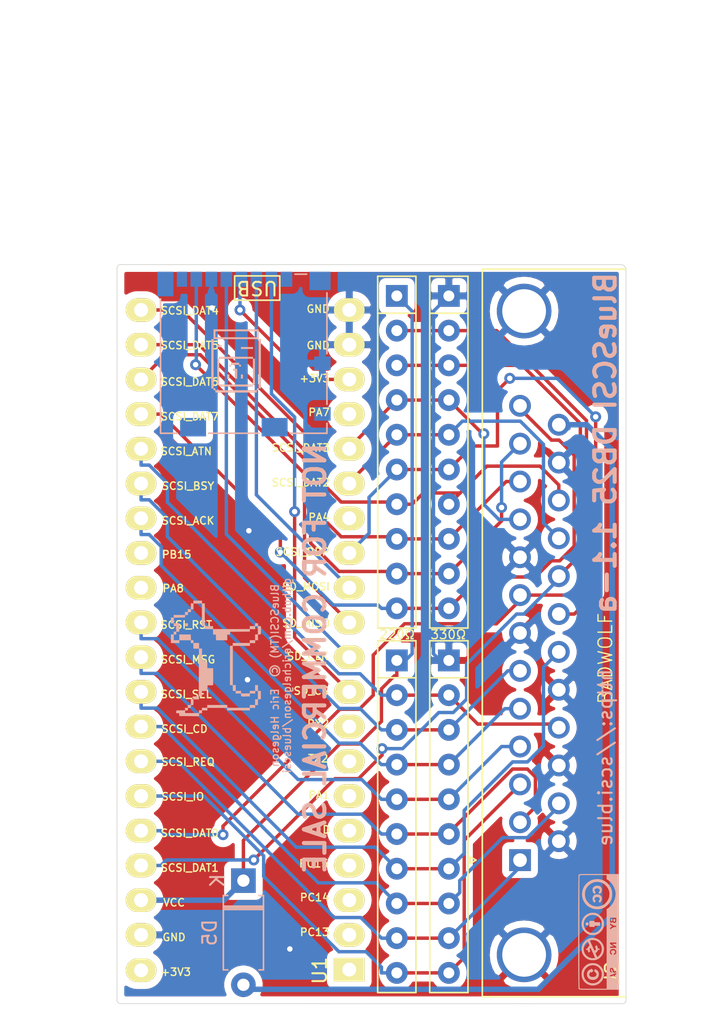
<source format=kicad_pcb>
(kicad_pcb (version 20171130) (host pcbnew "(5.1.12-1-10_14)")
  (layers (0 F.Cu signal) (31 B.Cu signal) (34 B.Paste user) (35 F.Paste user) (36 B.SilkS user) (37 F.SilkS user) (38 B.Mask user) (39 F.Mask user) (44 Edge.Cuts user))
  (net 0 "")
  (net 1 /SD_MISO)
  (net 2 GND)
  (net 3 /SD_CLK)
  (net 4 +3V3)
  (net 5 /SD_MOSI)
  (net 6 /SD_CS)
  (net 7 /SCSI_IO)
  (net 8 /SCSI_REQ)
  (net 9 /SCSI_CD)
  (net 10 /SCSI_SEL)
  (net 11 /SCSI_RST)
  (net 12 /SCSI_ACK)
  (net 13 /SCSI_BSY)
  (net 14 /SCSI_ATN)
  (net 15 /SCSI_MSG)
  (net 16 /SCSI_DBP)
  (net 17 /SCSI_DAT7)
  (net 18 /SCSI_DAT6)
  (net 19 /SCSI_DAT5)
  (net 20 /SCSI_DAT4)
  (net 21 /SCSI_DAT3)
  (net 22 /SCSI_DAT2)
  (net 23 /SCSI_DAT1)
  (net 24 /SCSI_DAT0)
  (net 25 VCC)
  (net 26 /TERM_PWR)
  (module BlueSCSILogo:dogcow (layer B.Cu) (at 95.085 124.705 270)
    (fp_text reference G001 hide)
    (fp_text value LOGO hide)
  )
  (module BlueSCSILogo:mac_happy_small (layer B.Cu) (at 96.585 102.955)
    (fp_text reference G004 hide)
    (fp_text value LOGO hide)
  )
  (module BlueSCSILogo:cc_by_nc_sa_front_silk_screen (layer B.Cu) (at 123.085 144.705 270)
    (fp_text reference G002 hide)
    (fp_text value LOGO hide)
  )
  (module blue:BluePill_STM32F103C (layer F.Cu) (at 104.835 147.414 180)
    (fp_text reference U1 (at 2.159 -0.127 270) (layer F.SilkS))
    (fp_text value BluePill_STM32F103C hide)
    (pad 40 thru_hole oval (at 15.24 -0.1016 270) (size 1.7272 2.25) (drill 1.016) (layers *.Cu *.Mask F.SilkS) (net 4 +3V3))
    (pad 39 thru_hole oval (at 15.24 2.4892 270) (size 1.7272 2.25) (drill 1.016) (layers *.Cu *.Mask F.SilkS) (net 2 GND))
    (pad 38 thru_hole oval (at 15.24 5.0292 270) (size 1.7272 2.25) (drill 1.016) (layers *.Cu *.Mask F.SilkS) (net 25 VCC))
    (pad 37 thru_hole oval (at 15.24 7.5692 270) (size 1.7272 2.25) (drill 1.016) (layers *.Cu *.Mask F.SilkS) (net 23 /SCSI_DAT1))
    (pad 36 thru_hole oval (at 15.24 10.1092 270) (size 1.7272 2.25) (drill 1.016) (layers *.Cu *.Mask F.SilkS) (net 24 /SCSI_DAT0))
    (pad 35 thru_hole oval (at 15.24 12.6492 270) (size 1.7272 2.25) (drill 1.016) (layers *.Cu *.Mask F.SilkS) (net 7 /SCSI_IO))
    (pad 34 thru_hole oval (at 15.24 15.1892 270) (size 1.7272 2.25) (drill 1.016) (layers *.Cu *.Mask F.SilkS) (net 8 /SCSI_REQ))
    (pad 33 thru_hole oval (at 15.24 17.7292 270) (size 1.7272 2.25) (drill 1.016) (layers *.Cu *.Mask F.SilkS) (net 9 /SCSI_CD))
    (pad 32 thru_hole oval (at 15.24 20.2692 270) (size 1.7272 2.25) (drill 1.016) (layers *.Cu *.Mask F.SilkS) (net 10 /SCSI_SEL))
    (pad 31 thru_hole oval (at 15.24 22.8092 270) (size 1.7272 2.25) (drill 1.016) (layers *.Cu *.Mask F.SilkS) (net 15 /SCSI_MSG))
    (pad 30 thru_hole oval (at 15.24 25.3492 270) (size 1.7272 2.25) (drill 1.016) (layers *.Cu *.Mask F.SilkS) (net 11 /SCSI_RST))
    (pad 29 thru_hole oval (at 15.24 27.8892 270) (size 1.7272 2.25) (drill 1.016) (layers *.Cu *.Mask F.SilkS))
    (pad 28 thru_hole oval (at 15.24 30.4292 270) (size 1.7272 2.25) (drill 1.016) (layers *.Cu *.Mask F.SilkS))
    (pad 27 thru_hole oval (at 15.24 32.9692 270) (size 1.7272 2.25) (drill 1.016) (layers *.Cu *.Mask F.SilkS) (net 12 /SCSI_ACK))
    (pad 26 thru_hole oval (at 15.24 35.5092 270) (size 1.7272 2.25) (drill 1.016) (layers *.Cu *.Mask F.SilkS) (net 13 /SCSI_BSY))
    (pad 25 thru_hole oval (at 15.24 38.0492 270) (size 1.7272 2.25) (drill 1.016) (layers *.Cu *.Mask F.SilkS) (net 14 /SCSI_ATN))
    (pad 24 thru_hole oval (at 15.24 40.5892 270) (size 1.7272 2.25) (drill 1.016) (layers *.Cu *.Mask F.SilkS) (net 17 /SCSI_DAT7))
    (pad 23 thru_hole oval (at 15.24 43.1292 270) (size 1.7272 2.25) (drill 1.016) (layers *.Cu *.Mask F.SilkS) (net 18 /SCSI_DAT6))
    (pad 22 thru_hole oval (at 15.24 45.6692 270) (size 1.7272 2.25) (drill 1.016) (layers *.Cu *.Mask F.SilkS) (net 19 /SCSI_DAT5))
    (pad 21 thru_hole oval (at 15.24 48.2092 270) (size 1.7272 2.25) (drill 1.016) (layers *.Cu *.Mask F.SilkS) (net 20 /SCSI_DAT4))
    (pad 20 thru_hole oval (at 0 48.2092 90) (size 1.7272 2.25) (drill 1.016) (layers *.Cu *.Mask F.SilkS) (net 2 GND))
    (pad 19 thru_hole oval (at 0 45.6692 90) (size 1.7272 2.25) (drill 1.016) (layers *.Cu *.Mask F.SilkS) (net 2 GND))
    (pad 18 thru_hole oval (at 0 43.1292 90) (size 1.7272 2.25) (drill 1.016) (layers *.Cu *.Mask F.SilkS) (net 4 +3V3))
    (pad 17 thru_hole oval (at 0 40.5892 90) (size 1.7272 2.25) (drill 1.016) (layers *.Cu *.Mask F.SilkS))
    (pad 16 thru_hole oval (at 0 38.0492 90) (size 1.7272 2.25) (drill 1.016) (layers *.Cu *.Mask F.SilkS) (net 21 /SCSI_DAT3))
    (pad 15 thru_hole oval (at 0 35.5092 90) (size 1.7272 2.25) (drill 1.016) (layers *.Cu *.Mask F.SilkS) (net 22 /SCSI_DAT2))
    (pad 14 thru_hole oval (at 0 32.9692 90) (size 1.7272 2.25) (drill 1.016) (layers *.Cu *.Mask F.SilkS))
    (pad 13 thru_hole oval (at 0 30.4292 90) (size 1.7272 2.25) (drill 1.016) (layers *.Cu *.Mask F.SilkS) (net 16 /SCSI_DBP))
    (pad 12 thru_hole oval (at 0 27.8892 90) (size 1.7272 2.25) (drill 1.016) (layers *.Cu *.Mask F.SilkS) (net 5 /SD_MOSI))
    (pad 11 thru_hole oval (at 0 25.3492 90) (size 1.7272 2.25) (drill 1.016) (layers *.Cu *.Mask F.SilkS) (net 1 /SD_MISO))
    (pad 10 thru_hole oval (at 0 22.8092 90) (size 1.7272 2.25) (drill 1.016) (layers *.Cu *.Mask F.SilkS) (net 3 /SD_CLK))
    (pad 9 thru_hole oval (at 0 20.2692 90) (size 1.7272 2.25) (drill 1.016) (layers *.Cu *.Mask F.SilkS) (net 6 /SD_CS))
    (pad 8 thru_hole oval (at 0 17.7292 90) (size 1.7272 2.25) (drill 1.016) (layers *.Cu *.Mask F.SilkS))
    (pad 7 thru_hole oval (at 0 15.1892 90) (size 1.7272 2.25) (drill 1.016) (layers *.Cu *.Mask F.SilkS))
    (pad 6 thru_hole oval (at 0 12.6492 90) (size 1.7272 2.25) (drill 1.016) (layers *.Cu *.Mask F.SilkS))
    (pad 5 thru_hole oval (at 0 10.1092 90) (size 1.7272 2.25) (drill 1.016) (layers *.Cu *.Mask F.SilkS))
    (pad 4 thru_hole oval (at 0 7.5692 90) (size 1.7272 2.25) (drill 1.016) (layers *.Cu *.Mask F.SilkS))
    (pad 3 thru_hole oval (at 0 5.0292 90) (size 1.7272 2.25) (drill 1.016) (layers *.Cu *.Mask F.SilkS))
    (pad 2 thru_hole oval (at 0 2.4892 90) (size 1.7272 2.25) (drill 1.016) (layers *.Cu *.Mask F.SilkS))
    (pad 1 thru_hole rect (at 0 -0.0508 90) (size 1.7272 2.25) (drill 1.016) (layers *.Cu *.Mask F.SilkS))
  )
  (module Connector_Card:microSD_HC_Molex_104031-0811 (layer B.Cu) (at 97.13 102.405 180)
    (fp_text reference J5 hide)
    (fp_text value Micro_SD_Card)
    (pad 11 smd rect (at 3.73 -5.375 180) (size 1.9 1.35) (layers B.Cu B.Paste B.Mask))
    (pad 11 smd rect (at -2.24 -5.375 180) (size 1.9 1.35) (layers B.Cu B.Paste B.Mask))
    (pad 9 smd rect (at -5.74 -0.7 180) (size 1.2 1) (layers B.Cu B.Paste B.Mask) (net 2 GND))
    (pad 10 smd rect (at -5.74 -4.4 180) (size 1.2 1) (layers B.Cu B.Paste B.Mask))
    (pad 11 smd rect (at -5.565 5.325 180) (size 1.55 1.35) (layers B.Cu B.Paste B.Mask))
    (pad 11 smd rect (at 5.755 5.1 180) (size 1.17 1.8) (layers B.Cu B.Paste B.Mask))
    (pad 7 smd rect (at 3.495 5.45 180) (size 0.85 1.1) (layers B.Cu B.Paste B.Mask) (net 1 /SD_MISO))
    (pad 6 smd rect (at 2.395 5.45 180) (size 0.85 1.1) (layers B.Cu B.Paste B.Mask) (net 2 GND))
    (pad 5 smd rect (at 1.295 5.45 180) (size 0.85 1.1) (layers B.Cu B.Paste B.Mask) (net 3 /SD_CLK))
    (pad 4 smd rect (at 0.195 5.45 180) (size 0.85 1.1) (layers B.Cu B.Paste B.Mask) (net 4 +3V3))
    (pad 3 smd rect (at -0.905 5.45 180) (size 0.85 1.1) (layers B.Cu B.Paste B.Mask) (net 5 /SD_MOSI))
    (pad 2 smd rect (at -2.005 5.45 180) (size 0.85 1.1) (layers B.Cu B.Paste B.Mask) (net 6 /SD_CS))
    (pad 8 smd rect (at 4.545 5.45 180) (size 0.75 1.1) (layers B.Cu B.Paste B.Mask))
    (pad 1 smd rect (at -3.105 5.45 180) (size 0.85 1.1) (layers B.Cu B.Paste B.Mask))
  )
  (module Resistor_THT:R_Array_SIP10 (layer F.Cu) (at 108.315 98.175 270)
    (fp_text reference RN1 hide)
    (fp_text value 220)
    (pad 1 thru_hole rect (at 0 0 270) (size 1.6 1.6) (drill 0.8) (layers *.Cu *.Mask) (net 25 VCC))
    (pad 2 thru_hole oval (at 2.54 0 270) (size 1.6 1.6) (drill 0.8) (layers *.Cu *.Mask) (net 24 /SCSI_DAT0))
    (pad 3 thru_hole oval (at 5.08 0 270) (size 1.6 1.6) (drill 0.8) (layers *.Cu *.Mask) (net 23 /SCSI_DAT1))
    (pad 4 thru_hole oval (at 7.62 0 270) (size 1.6 1.6) (drill 0.8) (layers *.Cu *.Mask) (net 21 /SCSI_DAT3))
    (pad 5 thru_hole oval (at 10.16 0 270) (size 1.6 1.6) (drill 0.8) (layers *.Cu *.Mask) (net 22 /SCSI_DAT2))
    (pad 6 thru_hole oval (at 12.7 0 270) (size 1.6 1.6) (drill 0.8) (layers *.Cu *.Mask) (net 16 /SCSI_DBP))
    (pad 7 thru_hole oval (at 15.24 0 270) (size 1.6 1.6) (drill 0.8) (layers *.Cu *.Mask) (net 20 /SCSI_DAT4))
    (pad 8 thru_hole oval (at 17.78 0 270) (size 1.6 1.6) (drill 0.8) (layers *.Cu *.Mask) (net 19 /SCSI_DAT5))
    (pad 9 thru_hole oval (at 20.32 0 270) (size 1.6 1.6) (drill 0.8) (layers *.Cu *.Mask) (net 18 /SCSI_DAT6))
    (pad 10 thru_hole oval (at 22.86 0 270) (size 1.6 1.6) (drill 0.8) (layers *.Cu *.Mask) (net 17 /SCSI_DAT7))
  )
  (module Resistor_THT:R_Array_SIP10 (layer F.Cu) (at 112.125 98.175 270)
    (fp_text reference RN2 hide)
    (fp_text value 330)
    (pad 1 thru_hole rect (at 0 0 270) (size 1.6 1.6) (drill 0.8) (layers *.Cu *.Mask) (net 2 GND))
    (pad 2 thru_hole oval (at 2.54 0 270) (size 1.6 1.6) (drill 0.8) (layers *.Cu *.Mask) (net 24 /SCSI_DAT0))
    (pad 3 thru_hole oval (at 5.08 0 270) (size 1.6 1.6) (drill 0.8) (layers *.Cu *.Mask) (net 23 /SCSI_DAT1))
    (pad 4 thru_hole oval (at 7.62 0 270) (size 1.6 1.6) (drill 0.8) (layers *.Cu *.Mask) (net 21 /SCSI_DAT3))
    (pad 5 thru_hole oval (at 10.16 0 270) (size 1.6 1.6) (drill 0.8) (layers *.Cu *.Mask) (net 22 /SCSI_DAT2))
    (pad 6 thru_hole oval (at 12.7 0 270) (size 1.6 1.6) (drill 0.8) (layers *.Cu *.Mask) (net 16 /SCSI_DBP))
    (pad 7 thru_hole oval (at 15.24 0 270) (size 1.6 1.6) (drill 0.8) (layers *.Cu *.Mask) (net 20 /SCSI_DAT4))
    (pad 8 thru_hole oval (at 17.78 0 270) (size 1.6 1.6) (drill 0.8) (layers *.Cu *.Mask) (net 19 /SCSI_DAT5))
    (pad 9 thru_hole oval (at 20.32 0 270) (size 1.6 1.6) (drill 0.8) (layers *.Cu *.Mask) (net 18 /SCSI_DAT6))
    (pad 10 thru_hole oval (at 22.86 0 270) (size 1.6 1.6) (drill 0.8) (layers *.Cu *.Mask) (net 17 /SCSI_DAT7))
  )
  (module Resistor_THT:R_Array_SIP10 (layer F.Cu) (at 108.315 124.845 270)
    (fp_text reference RN3 hide)
    (fp_text value 220)
    (pad 10 thru_hole oval (at 22.86 0 270) (size 1.6 1.6) (drill 0.8) (layers *.Cu *.Mask) (net 7 /SCSI_IO))
    (pad 9 thru_hole oval (at 20.32 0 270) (size 1.6 1.6) (drill 0.8) (layers *.Cu *.Mask) (net 8 /SCSI_REQ))
    (pad 8 thru_hole oval (at 17.78 0 270) (size 1.6 1.6) (drill 0.8) (layers *.Cu *.Mask) (net 9 /SCSI_CD))
    (pad 7 thru_hole oval (at 15.24 0 270) (size 1.6 1.6) (drill 0.8) (layers *.Cu *.Mask) (net 10 /SCSI_SEL))
    (pad 6 thru_hole oval (at 12.7 0 270) (size 1.6 1.6) (drill 0.8) (layers *.Cu *.Mask) (net 15 /SCSI_MSG))
    (pad 5 thru_hole oval (at 10.16 0 270) (size 1.6 1.6) (drill 0.8) (layers *.Cu *.Mask) (net 11 /SCSI_RST))
    (pad 4 thru_hole oval (at 7.62 0 270) (size 1.6 1.6) (drill 0.8) (layers *.Cu *.Mask) (net 12 /SCSI_ACK))
    (pad 3 thru_hole oval (at 5.08 0 270) (size 1.6 1.6) (drill 0.8) (layers *.Cu *.Mask) (net 13 /SCSI_BSY))
    (pad 2 thru_hole oval (at 2.54 0 270) (size 1.6 1.6) (drill 0.8) (layers *.Cu *.Mask) (net 14 /SCSI_ATN))
    (pad 1 thru_hole rect (at 0 0 270) (size 1.6 1.6) (drill 0.8) (layers *.Cu *.Mask) (net 25 VCC))
  )
  (module Resistor_THT:R_Array_SIP10 (layer F.Cu) (at 112.125 124.845 270)
    (fp_text reference RN4 hide)
    (fp_text value 330)
    (pad 10 thru_hole oval (at 22.86 0 270) (size 1.6 1.6) (drill 0.8) (layers *.Cu *.Mask) (net 7 /SCSI_IO))
    (pad 9 thru_hole oval (at 20.32 0 270) (size 1.6 1.6) (drill 0.8) (layers *.Cu *.Mask) (net 8 /SCSI_REQ))
    (pad 8 thru_hole oval (at 17.78 0 270) (size 1.6 1.6) (drill 0.8) (layers *.Cu *.Mask) (net 9 /SCSI_CD))
    (pad 7 thru_hole oval (at 15.24 0 270) (size 1.6 1.6) (drill 0.8) (layers *.Cu *.Mask) (net 10 /SCSI_SEL))
    (pad 6 thru_hole oval (at 12.7 0 270) (size 1.6 1.6) (drill 0.8) (layers *.Cu *.Mask) (net 15 /SCSI_MSG))
    (pad 5 thru_hole oval (at 10.16 0 270) (size 1.6 1.6) (drill 0.8) (layers *.Cu *.Mask) (net 11 /SCSI_RST))
    (pad 4 thru_hole oval (at 7.62 0 270) (size 1.6 1.6) (drill 0.8) (layers *.Cu *.Mask) (net 12 /SCSI_ACK))
    (pad 3 thru_hole oval (at 5.08 0 270) (size 1.6 1.6) (drill 0.8) (layers *.Cu *.Mask) (net 13 /SCSI_BSY))
    (pad 2 thru_hole oval (at 2.54 0 270) (size 1.6 1.6) (drill 0.8) (layers *.Cu *.Mask) (net 14 /SCSI_ATN))
    (pad 1 thru_hole rect (at 0 0 270) (size 1.6 1.6) (drill 0.8) (layers *.Cu *.Mask) (net 2 GND))
  )
  (module Diode_THT:D_A-405_P7.62mm_Horizontal (layer B.Cu) (at 97.085 140.955 270)
    (fp_text reference D5 (at 3.81 2.47 270) (layer B.SilkS) (effects (justify mirror)))
    (fp_text value Diode)
    (fp_text user K (at 0 1.9 270) (layer B.SilkS) (effects (justify mirror)))
    (pad 1 thru_hole rect (at 0 0 270) (size 1.8 1.8) (drill 0.9) (layers *.Cu *.Mask) (net 25 VCC))
    (pad 2 thru_hole oval (at 7.62 0 270) (size 1.8 1.8) (drill 0.9) (layers *.Cu *.Mask) (net 26 /TERM_PWR))
  )
  (module Connector_Dsub:DSUB-25_Male_Horizontal_P2.77x2.84mm_EdgePinOffset4.94mm_Housed_MountingHolesOffset7.48mm (layer F.Cu) (at 117.335 139.455 90)
    (fp_text reference J2 (at -8.25 6.75 90) (layer F.SilkS))
    (fp_text value DB25_Male_MountingHoles)
    (pad 1 thru_hole rect (at 0 0 90) (size 1.6 1.6) (drill 1) (layers *.Cu *.Mask) (net 8 /SCSI_REQ))
    (pad 2 thru_hole circle (at 2.77 0 90) (size 1.6 1.6) (drill 1) (layers *.Cu *.Mask) (net 15 /SCSI_MSG))
    (pad 3 thru_hole circle (at 5.54 0 90) (size 1.6 1.6) (drill 1) (layers *.Cu *.Mask) (net 7 /SCSI_IO))
    (pad 4 thru_hole circle (at 8.31 0 90) (size 1.6 1.6) (drill 1) (layers *.Cu *.Mask) (net 11 /SCSI_RST))
    (pad 5 thru_hole circle (at 11.08 0 90) (size 1.6 1.6) (drill 1) (layers *.Cu *.Mask) (net 12 /SCSI_ACK))
    (pad 6 thru_hole circle (at 13.85 0 90) (size 1.6 1.6) (drill 1) (layers *.Cu *.Mask) (net 13 /SCSI_BSY))
    (pad 7 thru_hole circle (at 16.62 0 90) (size 1.6 1.6) (drill 1) (layers *.Cu *.Mask) (net 2 GND))
    (pad 8 thru_hole circle (at 19.39 0 90) (size 1.6 1.6) (drill 1) (layers *.Cu *.Mask) (net 24 /SCSI_DAT0))
    (pad 9 thru_hole circle (at 22.16 0 90) (size 1.6 1.6) (drill 1) (layers *.Cu *.Mask) (net 2 GND))
    (pad 10 thru_hole circle (at 24.93 0 90) (size 1.6 1.6) (drill 1) (layers *.Cu *.Mask) (net 21 /SCSI_DAT3))
    (pad 11 thru_hole circle (at 27.7 0 90) (size 1.6 1.6) (drill 1) (layers *.Cu *.Mask) (net 19 /SCSI_DAT5))
    (pad 12 thru_hole circle (at 30.47 0 90) (size 1.6 1.6) (drill 1) (layers *.Cu *.Mask) (net 18 /SCSI_DAT6))
    (pad 13 thru_hole circle (at 33.24 0 90) (size 1.6 1.6) (drill 1) (layers *.Cu *.Mask) (net 17 /SCSI_DAT7))
    (pad 14 thru_hole circle (at 1.385 2.84 90) (size 1.6 1.6) (drill 1) (layers *.Cu *.Mask) (net 2 GND))
    (pad 15 thru_hole circle (at 4.155 2.84 90) (size 1.6 1.6) (drill 1) (layers *.Cu *.Mask) (net 9 /SCSI_CD))
    (pad 16 thru_hole circle (at 6.925 2.84 90) (size 1.6 1.6) (drill 1) (layers *.Cu *.Mask) (net 2 GND))
    (pad 17 thru_hole circle (at 9.695 2.84 90) (size 1.6 1.6) (drill 1) (layers *.Cu *.Mask) (net 14 /SCSI_ATN))
    (pad 18 thru_hole circle (at 12.465 2.84 90) (size 1.6 1.6) (drill 1) (layers *.Cu *.Mask) (net 2 GND))
    (pad 19 thru_hole circle (at 15.235 2.84 90) (size 1.6 1.6) (drill 1) (layers *.Cu *.Mask) (net 10 /SCSI_SEL))
    (pad 20 thru_hole circle (at 18.005 2.84 90) (size 1.6 1.6) (drill 1) (layers *.Cu *.Mask) (net 16 /SCSI_DBP))
    (pad 21 thru_hole circle (at 20.775 2.84 90) (size 1.6 1.6) (drill 1) (layers *.Cu *.Mask) (net 23 /SCSI_DAT1))
    (pad 22 thru_hole circle (at 23.545 2.84 90) (size 1.6 1.6) (drill 1) (layers *.Cu *.Mask) (net 22 /SCSI_DAT2))
    (pad 23 thru_hole circle (at 26.315 2.84 90) (size 1.6 1.6) (drill 1) (layers *.Cu *.Mask) (net 20 /SCSI_DAT4))
    (pad 24 thru_hole circle (at 29.085 2.84 90) (size 1.6 1.6) (drill 1) (layers *.Cu *.Mask) (net 2 GND))
    (pad 25 thru_hole circle (at 31.855 2.84 90) (size 1.6 1.6) (drill 1) (layers *.Cu *.Mask) (net 26 /TERM_PWR))
    (pad 0 thru_hole circle (at -6.93 0.3 90) (size 4 4) (drill 3.2) (layers *.Cu *.Mask) (net 2 GND))
    (pad 0 thru_hole circle (at 40.17 0.3 90) (size 4 4) (drill 3.2) (layers *.Cu *.Mask) (net 2 GND))
  )
  (gr_text SCSI_ACK (at 93.027 114.622) (layer F.SilkS) (effects (font (size 0.55 0.55) (thickness 0.1))))
  (gr_arc (start 124.841 149.705) (end 124.841 149.959) (angle -90) (layer Edge.Cuts) (width 0.05))
  (gr_arc (start 88.085 149.701) (end 87.831 149.701) (angle -90) (layer Edge.Cuts) (width 0.05))
  (gr_arc (start 88.089 96.139) (end 88.089 95.885) (angle -90) (layer Edge.Cuts) (width 0.05))
  (gr_arc (start 124.714 96.266) (end 125.095 96.266) (angle -90) (layer Edge.Cuts) (width 0.05))
  (gr_text PA1 (at 102.6195 134.692) (layer F.SilkS) (effects (font (size 0.55 0.55) (thickness 0.1))))
  (gr_text PA7 (at 102.6195 106.6885) (layer F.SilkS) (effects (font (size 0.55 0.55) (thickness 0.1))))
  (gr_text PA4 (at 102.6195 114.372) (layer F.SilkS) (effects (font (size 0.55 0.55) (thickness 0.1))))
  (gr_text PA8 (at 91.9475 119.575) (layer F.SilkS) (effects (font (size 0.55 0.55) (thickness 0.1))))
  (gr_text PB15 (at 92.2015 117.0985) (layer F.SilkS) (effects (font (size 0.55 0.55) (thickness 0.1))))
  (gr_text PC15 (at 102.2385 139.7085) (layer F.SilkS) (effects (font (size 0.55 0.55) (thickness 0.1))))
  (gr_text PC14 (at 102.302 142.185) (layer F.SilkS) (effects (font (size 0.55 0.55) (thickness 0.1))))
  (gr_text PC13 (at 102.302 144.725) (layer F.SilkS) (effects (font (size 0.55 0.55) (thickness 0.1))))
  (gr_text RX2 (at 102.556 129.485) (layer F.SilkS) (effects (font (size 0.55 0.55) (thickness 0.1))))
  (gr_text TX2 (at 102.556 132.025) (layer F.SilkS) (effects (font (size 0.55 0.55) (thickness 0.1))))
  (gr_text VCC (at 92.011 142.562) (layer F.SilkS) (effects (font (size 0.55 0.55) (thickness 0.1))))
  (gr_text GND (at 92.011 145.102) (layer F.SilkS) (effects (font (size 0.55 0.55) (thickness 0.1))))
  (gr_text +3V3 (at 92.138 147.642) (layer F.SilkS) (effects (font (size 0.55 0.55) (thickness 0.1))))
  (gr_text GND (at 102.556 99.132) (layer F.SilkS) (effects (font (size 0.55 0.55) (thickness 0.1))))
  (gr_text GND (at 102.556 101.799) (layer F.SilkS) (effects (font (size 0.55 0.55) (thickness 0.1))))
  (gr_text +3V3 (at 102.302 104.212) (layer F.SilkS) (effects (font (size 0.55 0.55) (thickness 0.1))))
  (gr_text SCSI_DAT3 (at 101.286 109.292) (layer F.SilkS) (effects (font (size 0.55 0.55) (thickness 0.1))))
  (gr_text SCSI_DAT2 (at 101.286 111.832) (layer F.SilkS) (effects (font (size 0.55 0.55) (thickness 0.1))))
  (gr_text SCSI_DBP (at 101.413 116.912) (layer F.SilkS) (effects (font (size 0.55 0.55) (thickness 0.1))))
  (gr_text SD_MOSI (at 101.667 119.452) (layer F.SilkS) (effects (font (size 0.55 0.55) (thickness 0.1))))
  (gr_text SD_MISO (at 101.667 122.119) (layer F.SilkS) (effects (font (size 0.55 0.55) (thickness 0.1))))
  (gr_text SD_CLK (at 101.794 124.532) (layer F.SilkS) (effects (font (size 0.55 0.55) (thickness 0.1))))
  (gr_text SD_CS (at 102.048 127.072) (layer F.SilkS) (effects (font (size 0.55 0.55) (thickness 0.1))))
  (gr_text LED (at 102.683 137.232) (layer F.SilkS) (effects (font (size 0.55 0.55) (thickness 0.1))))
  (gr_text SCSI_DAT1 (at 93.154 140.022) (layer F.SilkS) (effects (font (size 0.55 0.55) (thickness 0.1))))
  (gr_text SCSI_DAT0 (at 93.154 137.482) (layer F.SilkS) (effects (font (size 0.55 0.55) (thickness 0.1))))
  (gr_text SCSI_IO (at 92.646 134.815) (layer F.SilkS) (effects (font (size 0.55 0.55) (thickness 0.1))))
  (gr_text SCSI_REQ (at 93.027 132.275) (layer F.SilkS) (effects (font (size 0.55 0.55) (thickness 0.1))))
  (gr_text SCSI_CD (at 92.773 129.862) (layer F.SilkS) (effects (font (size 0.55 0.55) (thickness 0.1))))
  (gr_text SCSI_SEL (at 92.9 127.322) (layer F.SilkS) (effects (font (size 0.55 0.55) (thickness 0.1))))
  (gr_text SCSI_MSG (at 93.027 124.782) (layer F.SilkS) (effects (font (size 0.55 0.55) (thickness 0.1))))
  (gr_text SCSI_RST (at 92.9 122.242) (layer F.SilkS) (effects (font (size 0.55 0.55) (thickness 0.1))))
  (gr_text SCSI_BSY (at 93.027 112.082) (layer F.SilkS) (effects (font (size 0.55 0.55) (thickness 0.1))))
  (gr_text SCSI_ATN (at 92.9 109.542) (layer F.SilkS) (effects (font (size 0.55 0.55) (thickness 0.1))))
  (gr_text SCSI_DAT7 (at 93.154 107.002) (layer F.SilkS) (effects (font (size 0.55 0.55) (thickness 0.1))))
  (gr_text SCSI_DAT6 (at 93.154 104.462) (layer F.SilkS) (effects (font (size 0.55 0.55) (thickness 0.1))))
  (gr_text SCSI_DAT5 (at 93.154 101.795) (layer F.SilkS) (effects (font (size 0.55 0.55) (thickness 0.1))))
  (gr_text SCSI_DAT4 (at 93.154 99.255) (layer F.SilkS) (effects (font (size 0.55 0.55) (thickness 0.1))))
  (gr_text "BlueSCSI(TM) ©  Eric Helgeson\ngithub.com/erichelgeson/bluescsi" (at 99.835 125.955 90) (layer B.SilkS) (effects (font (size 0.55 0.55) (thickness 0.1)) (justify mirror)))
  (gr_line (start 99.746 96.711) (end 99.746 98.489) (layer F.SilkS) (width 0.12))
  (gr_line (start 96.5075 96.711) (end 99.746 96.711) (layer F.SilkS) (width 0.12))
  (gr_line (start 96.444 98.489) (end 99.746 98.489) (layer F.SilkS) (width 0.12))
  (gr_line (start 96.444 96.711) (end 96.444 98.489) (layer F.SilkS) (width 0.12))
  (gr_text https://scsi.blue (at 123.585 131.955 90) (layer B.SilkS) (effects (font (size 1 1)) (justify mirror)))
  (gr_text "BADWOLF\n" (at 123.585 124.705 90) (layer F.SilkS) (effects (font (size 1 1) (thickness 0.1))))
  (gr_text "NOT FOR COMMERCIAL SALE" (at 102.335 124.705 90) (layer B.SilkS) (effects (font (size 1.5 1.5) (thickness 0.3)) (justify mirror)))
  (gr_text USB (at 98.095 97.6 180) (layer F.SilkS) (effects (font (size 1 1))))
  (gr_text 330Ω (at 112.085 122.955) (layer F.SilkS) (effects (font (size 0.65 0.65) (thickness 0.1))))
  (gr_text 220Ω (at 108.335 122.955) (layer F.SilkS) (effects (font (size 0.65 0.65) (thickness 0.1))))
  (gr_line (start 124.841 149.959) (end 88.085 149.955) (layer Edge.Cuts) (width 0.05))
  (gr_line (start 124.714 95.885) (end 88.089 95.885) (layer Edge.Cuts) (width 0.05))
  (gr_line (start 125.095 149.705) (end 125.095 96.266) (layer Edge.Cuts) (width 0.05))
  (gr_line (start 87.831 149.701) (end 87.835 96.139) (layer Edge.Cuts) (width 0.05))
  (gr_text "BlueSCSI DB25 1.1-a" (at 123.585 108.955 90) (layer B.SilkS) (effects (font (size 1.5 1.5) (thickness 0.3)) (justify mirror)))
  (via (at 100.485 145.955) (size 0.8) (drill 0.4) (layers F.Cu B.Cu) (net 2))
  (segment (start 104.8349 122.0649) (end 104.835 122.065) (width 0.25) (layer F.Cu) (net 1))
  (segment (start 93.585 103.205) (end 101.56 111.18) (width 0.25) (layer F.Cu) (net 1))
  (segment (start 101.56 111.18) (end 101.56 118.79) (width 0.25) (layer F.Cu) (net 1))
  (segment (start 101.56 118.79) (end 104.8349 122.0649) (width 0.25) (layer F.Cu) (net 1))
  (segment (start 104.835 122.0648) (end 104.8349 122.0649) (width 0.25) (layer F.Cu) (net 1))
  (segment (start 93.635 96.955) (end 93.635 103.155) (width 0.25) (layer B.Cu) (net 1))
  (segment (start 93.635 103.155) (end 93.585 103.205) (width 0.25) (layer B.Cu) (net 1))
  (via (at 93.585 103.205) (size 0.8) (layers F.Cu B.Cu) (net 1))
  (segment (start 117.335 117.295) (end 117.335 116.955) (width 0.25) (layer F.Cu) (net 2))
  (segment (start 112.125 98.175) (end 111 99.3) (width 0.25) (layer B.Cu) (net 2))
  (segment (start 111 99.3) (end 111 124.356) (width 0.25) (layer B.Cu) (net 2))
  (segment (start 111 124.356) (end 111.807 125.163) (width 0.25) (layer B.Cu) (net 2))
  (via (at 94.785 99.055) (size 0.8) (drill 0.4) (layers F.Cu B.Cu) (net 2))
  (via (at 97.385 126.255) (size 0.8) (drill 0.4) (layers F.Cu B.Cu) (net 2))
  (via (at 97.485 115.355) (size 0.8) (drill 0.4) (layers F.Cu B.Cu) (net 2))
  (segment (start 104.8349 124.6049) (end 104.835 124.605) (width 0.25) (layer B.Cu) (net 3))
  (segment (start 95.835 96.955) (end 95.835 115.605) (width 0.25) (layer B.Cu) (net 3))
  (segment (start 95.835 115.605) (end 104.8349 124.6049) (width 0.25) (layer B.Cu) (net 3))
  (segment (start 104.835 124.6048) (end 104.8349 124.6049) (width 0.25) (layer B.Cu) (net 3))
  (segment (start 104.8348 104.285) (end 104.835 104.2848) (width 0.25) (layer F.Cu) (net 4))
  (segment (start 104.8348 104.285) (end 101.915 104.285) (width 0.25) (layer F.Cu) (net 4))
  (segment (start 101.915 104.285) (end 96.835 99.205) (width 0.25) (layer F.Cu) (net 4))
  (segment (start 104.835 104.285) (end 104.8348 104.285) (width 0.25) (layer F.Cu) (net 4))
  (segment (start 96.835 99.205) (end 96.835 97.055) (width 0.25) (layer B.Cu) (net 4))
  (segment (start 96.835 97.055) (end 96.935 96.955) (width 0.25) (layer B.Cu) (net 4))
  (via (at 96.835 99.205) (size 0.8) (layers F.Cu B.Cu) (net 4))
  (segment (start 104.8349 119.5249) (end 104.835 119.525) (width 0.25) (layer B.Cu) (net 5))
  (segment (start 98.035 96.955) (end 98.035 112.725) (width 0.25) (layer B.Cu) (net 5))
  (segment (start 98.035 112.725) (end 104.8349 119.5249) (width 0.25) (layer B.Cu) (net 5))
  (segment (start 104.835 119.5248) (end 104.8349 119.5249) (width 0.25) (layer B.Cu) (net 5))
  (segment (start 104.8349 127.1449) (end 104.835 127.145) (width 0.25) (layer F.Cu) (net 6))
  (segment (start 100.835 113.955) (end 100.835 123.145) (width 0.25) (layer F.Cu) (net 6))
  (segment (start 100.835 123.145) (end 104.8349 127.1449) (width 0.25) (layer F.Cu) (net 6))
  (segment (start 104.835 127.1448) (end 104.8349 127.1449) (width 0.25) (layer F.Cu) (net 6))
  (segment (start 99.135 96.955) (end 99.135 105.335) (width 0.25) (layer B.Cu) (net 6))
  (segment (start 99.135 105.335) (end 100.835 107.035) (width 0.25) (layer B.Cu) (net 6))
  (segment (start 100.835 107.035) (end 100.835 113.955) (width 0.25) (layer B.Cu) (net 6))
  (via (at 100.835 113.955) (size 0.8) (layers F.Cu B.Cu) (net 6))
  (segment (start 107.1897 147.705) (end 107.1897 147.283) (width 0.25) (layer B.Cu) (net 7))
  (segment (start 107.1897 147.283) (end 106.0621 146.1554) (width 0.25) (layer B.Cu) (net 7))
  (segment (start 106.0621 146.1554) (end 104.0759 146.1554) (width 0.25) (layer B.Cu) (net 7))
  (segment (start 104.0759 146.1554) (end 98.5691 140.6486) (width 0.25) (layer B.Cu) (net 7))
  (segment (start 98.5691 140.6486) (end 98.5691 139.1414) (width 0.25) (layer B.Cu) (net 7))
  (segment (start 98.5691 139.1414) (end 94.1925 134.7648) (width 0.25) (layer B.Cu) (net 7))
  (segment (start 94.1925 134.7648) (end 89.595 134.7648) (width 0.25) (layer B.Cu) (net 7))
  (segment (start 108.315 147.705) (end 107.1897 147.705) (width 0.25) (layer B.Cu) (net 7))
  (segment (start 117.335 133.915) (end 113.25 138) (width 0.25) (layer F.Cu) (net 7))
  (segment (start 113.25 138) (end 113.25 146.58) (width 0.25) (layer F.Cu) (net 7))
  (segment (start 113.25 146.58) (end 112.125 147.705) (width 0.25) (layer F.Cu) (net 7))
  (segment (start 108.315 147.705) (end 112.125 147.705) (width 0.25) (layer F.Cu) (net 7))
  (segment (start 107.1897 145.165) (end 105.6795 143.6548) (width 0.25) (layer B.Cu) (net 8))
  (segment (start 105.6795 143.6548) (end 103.7194 143.6548) (width 0.25) (layer B.Cu) (net 8))
  (segment (start 103.7194 143.6548) (end 92.2894 132.2248) (width 0.25) (layer B.Cu) (net 8))
  (segment (start 92.2894 132.2248) (end 89.595 132.2248) (width 0.25) (layer B.Cu) (net 8))
  (segment (start 108.315 145.165) (end 107.1897 145.165) (width 0.25) (layer B.Cu) (net 8))
  (segment (start 112.125 145.165) (end 117.335 139.955) (width 0.25) (layer B.Cu) (net 8))
  (segment (start 117.335 139.955) (end 117.335 139.455) (width 0.25) (layer B.Cu) (net 8))
  (segment (start 108.315 145.165) (end 112.125 145.165) (width 0.25) (layer F.Cu) (net 8))
  (segment (start 108.264 142.574) (end 106.8048 141.1148) (width 0.25) (layer B.Cu) (net 9))
  (segment (start 106.8048 141.1148) (end 102.575 141.1148) (width 0.25) (layer B.Cu) (net 9))
  (segment (start 102.575 141.1148) (end 91.145 129.6848) (width 0.25) (layer B.Cu) (net 9))
  (segment (start 91.145 129.6848) (end 89.595 129.6848) (width 0.25) (layer B.Cu) (net 9))
  (segment (start 108.264 142.574) (end 108.315 142.625) (width 0.25) (layer B.Cu) (net 9))
  (segment (start 112.125 142.625) (end 112.925 141.825) (width 0.25) (layer B.Cu) (net 9))
  (segment (start 112.925 141.825) (end 112.925 140.95) (width 0.25) (layer B.Cu) (net 9))
  (segment (start 112.925 140.95) (end 116.065 137.81) (width 0.25) (layer B.Cu) (net 9))
  (segment (start 116.065 137.81) (end 117.875 137.81) (width 0.25) (layer B.Cu) (net 9))
  (segment (start 117.875 137.81) (end 120.175 135.51) (width 0.25) (layer B.Cu) (net 9))
  (segment (start 120.175 135.51) (end 120.175 135.3) (width 0.25) (layer B.Cu) (net 9))
  (segment (start 108.315 142.625) (end 112.125 142.625) (width 0.25) (layer F.Cu) (net 9))
  (segment (start 89.595 127.1448) (end 89.595 128.3337) (width 0.25) (layer B.Cu) (net 10))
  (segment (start 89.595 128.3337) (end 90.7839 128.3337) (width 0.25) (layer B.Cu) (net 10))
  (segment (start 90.7839 128.3337) (end 100.9591 138.5089) (width 0.25) (layer B.Cu) (net 10))
  (segment (start 100.9591 138.5089) (end 106.7389 138.5089) (width 0.25) (layer B.Cu) (net 10))
  (segment (start 106.7389 138.5089) (end 108.264 140.034) (width 0.25) (layer B.Cu) (net 10))
  (segment (start 112.125 140.085) (end 113.25 138.96) (width 0.25) (layer B.Cu) (net 10))
  (segment (start 113.25 138.96) (end 113.25 135.815) (width 0.25) (layer B.Cu) (net 10))
  (segment (start 113.25 135.815) (end 116.795 132.27) (width 0.25) (layer B.Cu) (net 10))
  (segment (start 116.795 132.27) (end 117.875 132.27) (width 0.25) (layer B.Cu) (net 10))
  (segment (start 117.875 132.27) (end 119.05 131.095) (width 0.25) (layer B.Cu) (net 10))
  (segment (start 119.05 131.095) (end 119.05 125.345) (width 0.25) (layer B.Cu) (net 10))
  (segment (start 119.05 125.345) (end 120.175 124.22) (width 0.25) (layer B.Cu) (net 10))
  (segment (start 108.315 140.085) (end 112.125 140.085) (width 0.25) (layer F.Cu) (net 10))
  (segment (start 108.264 140.034) (end 108.315 140.085) (width 0.25) (layer B.Cu) (net 10))
  (segment (start 89.595 122.0648) (end 89.595 123.2537) (width 0.25) (layer B.Cu) (net 11))
  (segment (start 108.315 135.005) (end 107.1897 135.005) (width 0.25) (layer B.Cu) (net 11))
  (segment (start 107.1897 135.005) (end 105.7469 133.5622) (width 0.25) (layer B.Cu) (net 11))
  (segment (start 105.7469 133.5622) (end 101.0924 133.5622) (width 0.25) (layer B.Cu) (net 11))
  (segment (start 101.0924 133.5622) (end 90.7839 123.2537) (width 0.25) (layer B.Cu) (net 11))
  (segment (start 90.7839 123.2537) (end 89.595 123.2537) (width 0.25) (layer B.Cu) (net 11))
  (segment (start 117.335 131.145) (end 115.985 131.145) (width 0.25) (layer B.Cu) (net 11))
  (segment (start 115.985 131.145) (end 112.125 135.005) (width 0.25) (layer B.Cu) (net 11))
  (segment (start 108.315 135.005) (end 112.125 135.005) (width 0.25) (layer F.Cu) (net 11))
  (segment (start 89.595 114.4448) (end 89.595 115.6337) (width 0.25) (layer B.Cu) (net 12))
  (segment (start 108.315 132.465) (end 107.1897 132.465) (width 0.25) (layer B.Cu) (net 12))
  (segment (start 107.1897 132.465) (end 105.6232 130.8985) (width 0.25) (layer B.Cu) (net 12))
  (segment (start 105.6232 130.8985) (end 104.0682 130.8985) (width 0.25) (layer B.Cu) (net 12))
  (segment (start 104.0682 130.8985) (end 91.0687 117.899) (width 0.25) (layer B.Cu) (net 12))
  (segment (start 91.0687 117.899) (end 91.0687 116.513) (width 0.25) (layer B.Cu) (net 12))
  (segment (start 91.0687 116.513) (end 90.1894 115.6337) (width 0.25) (layer B.Cu) (net 12))
  (segment (start 90.1894 115.6337) (end 89.595 115.6337) (width 0.25) (layer B.Cu) (net 12))
  (segment (start 112.125 132.465) (end 116.215 128.375) (width 0.25) (layer B.Cu) (net 12))
  (segment (start 116.215 128.375) (end 117.335 128.375) (width 0.25) (layer B.Cu) (net 12))
  (segment (start 108.315 132.465) (end 112.125 132.465) (width 0.25) (layer F.Cu) (net 12))
  (segment (start 108.315 129.925) (end 107.1897 129.925) (width 0.25) (layer B.Cu) (net 13))
  (segment (start 89.595 111.9048) (end 89.595 113.0937) (width 0.25) (layer B.Cu) (net 13))
  (segment (start 89.595 113.0937) (end 90.1894 113.0937) (width 0.25) (layer B.Cu) (net 13))
  (segment (start 90.1894 113.0937) (end 91.5191 114.4234) (width 0.25) (layer B.Cu) (net 13))
  (segment (start 91.5191 114.4234) (end 91.5191 115.7743) (width 0.25) (layer B.Cu) (net 13))
  (segment (start 91.5191 115.7743) (end 104.1045 128.3597) (width 0.25) (layer B.Cu) (net 13))
  (segment (start 104.1045 128.3597) (end 105.6244 128.3597) (width 0.25) (layer B.Cu) (net 13))
  (segment (start 105.6244 128.3597) (end 107.1897 129.925) (width 0.25) (layer B.Cu) (net 13))
  (segment (start 112.125 129.925) (end 116.445 125.605) (width 0.25) (layer B.Cu) (net 13))
  (segment (start 116.445 125.605) (end 117.335 125.605) (width 0.25) (layer B.Cu) (net 13))
  (segment (start 108.315 129.925) (end 112.125 129.925) (width 0.25) (layer F.Cu) (net 13))
  (segment (start 89.595 109.3648) (end 89.595 110.5537) (width 0.25) (layer B.Cu) (net 14))
  (segment (start 108.315 127.385) (end 107.1897 127.385) (width 0.25) (layer B.Cu) (net 14))
  (segment (start 107.1897 127.385) (end 105.6244 125.8197) (width 0.25) (layer B.Cu) (net 14))
  (segment (start 105.6244 125.8197) (end 104.0776 125.8197) (width 0.25) (layer B.Cu) (net 14))
  (segment (start 104.0776 125.8197) (end 91.5271 113.2692) (width 0.25) (layer B.Cu) (net 14))
  (segment (start 91.5271 113.2692) (end 91.5271 111.8914) (width 0.25) (layer B.Cu) (net 14))
  (segment (start 91.5271 111.8914) (end 90.1894 110.5537) (width 0.25) (layer B.Cu) (net 14))
  (segment (start 90.1894 110.5537) (end 89.595 110.5537) (width 0.25) (layer B.Cu) (net 14))
  (segment (start 112.125 127.385) (end 114.24 129.5) (width 0.25) (layer F.Cu) (net 14))
  (segment (start 114.24 129.5) (end 119.915 129.5) (width 0.25) (layer F.Cu) (net 14))
  (segment (start 119.915 129.5) (end 120.175 129.76) (width 0.25) (layer F.Cu) (net 14))
  (segment (start 108.315 127.385) (end 112.125 127.385) (width 0.25) (layer F.Cu) (net 14))
  (segment (start 108.315 137.545) (end 107.1897 137.545) (width 0.25) (layer B.Cu) (net 15))
  (segment (start 89.595 124.6048) (end 89.595 125.7937) (width 0.25) (layer B.Cu) (net 15))
  (segment (start 89.595 125.7937) (end 90.7839 125.7937) (width 0.25) (layer B.Cu) (net 15))
  (segment (start 90.7839 125.7937) (end 101.0833 136.0931) (width 0.25) (layer B.Cu) (net 15))
  (segment (start 101.0833 136.0931) (end 105.7378 136.0931) (width 0.25) (layer B.Cu) (net 15))
  (segment (start 105.7378 136.0931) (end 107.1897 137.545) (width 0.25) (layer B.Cu) (net 15))
  (segment (start 108.315 137.545) (end 112.125 137.545) (width 0.25) (layer F.Cu) (net 15))
  (segment (start 117.335 136.685) (end 118.46 135.56) (width 0.25) (layer F.Cu) (net 15))
  (segment (start 118.46 135.56) (end 118.46 133.375) (width 0.25) (layer F.Cu) (net 15))
  (segment (start 118.46 133.375) (end 117.875 132.79) (width 0.25) (layer F.Cu) (net 15))
  (segment (start 117.875 132.79) (end 116.795 132.79) (width 0.25) (layer F.Cu) (net 15))
  (segment (start 116.795 132.79) (end 112.125 137.46) (width 0.25) (layer F.Cu) (net 15))
  (segment (start 112.125 137.46) (end 112.125 137.545) (width 0.25) (layer F.Cu) (net 15))
  (segment (start 105.56 116.26) (end 105.5598 116.26) (width 0.25) (layer B.Cu) (net 16))
  (segment (start 105.5598 116.26) (end 104.835 116.9848) (width 0.25) (layer B.Cu) (net 16))
  (segment (start 105.56 116.26) (end 106.285 115.535) (width 0.25) (layer B.Cu) (net 16))
  (segment (start 106.285 115.535) (end 106.285 112.905) (width 0.25) (layer B.Cu) (net 16))
  (segment (start 106.285 112.905) (end 108.315 110.875) (width 0.25) (layer B.Cu) (net 16))
  (segment (start 104.835 116.985) (end 105.56 116.26) (width 0.25) (layer B.Cu) (net 16))
  (via (at 116.585 104.205) (size 0.8) (layers F.Cu B.Cu) (net 16))
  (segment (start 120.43 121.705) (end 120.175 121.45) (width 0.25) (layer F.Cu) (net 16))
  (segment (start 112.125 110.875) (end 112.125 111.344) (width 0.25) (layer B.Cu) (net 16))
  (segment (start 108.315 110.875) (end 112.125 110.875) (width 0.25) (layer F.Cu) (net 16))
  (segment (start 112.125 110.875) (end 113.845 109.155) (width 0.25) (layer F.Cu) (net 16))
  (segment (start 113.845 109.155) (end 115.685 109.155) (width 0.25) (layer F.Cu) (net 16))
  (segment (start 115.685 105.105) (end 116.585 104.205) (width 0.25) (layer F.Cu) (net 16))
  (segment (start 115.685 109.155) (end 115.685 105.105) (width 0.25) (layer F.Cu) (net 16))
  (via (at 122.872351 107.019761) (size 0.8) (drill 0.4) (layers F.Cu B.Cu) (net 16))
  (segment (start 120.05759 104.205) (end 122.872351 107.019761) (width 0.25) (layer B.Cu) (net 16))
  (segment (start 116.585 104.205) (end 120.05759 104.205) (width 0.25) (layer B.Cu) (net 16))
  (segment (start 121.30637 121.45) (end 120.175 121.45) (width 0.25) (layer F.Cu) (net 16))
  (segment (start 122.872351 119.884019) (end 121.30637 121.45) (width 0.25) (layer F.Cu) (net 16))
  (segment (start 122.872351 107.019761) (end 122.872351 119.884019) (width 0.25) (layer F.Cu) (net 16))
  (segment (start 108.315 121.035) (end 107.1897 121.035) (width 0.25) (layer B.Cu) (net 17))
  (segment (start 89.595 106.8248) (end 91.0453 106.8248) (width 0.25) (layer F.Cu) (net 17))
  (segment (start 99.789 116.9167) (end 99.789 115.5685) (width 0.25) (layer F.Cu) (net 17))
  (segment (start 99.789 115.5685) (end 91.0453 106.8248) (width 0.25) (layer F.Cu) (net 17))
  (segment (start 107.1897 121.035) (end 106.9495 120.7948) (width 0.25) (layer B.Cu) (net 17))
  (segment (start 106.9495 120.7948) (end 103.6671 120.7948) (width 0.25) (layer B.Cu) (net 17))
  (segment (start 103.6671 120.7948) (end 99.789 116.9167) (width 0.25) (layer B.Cu) (net 17))
  (segment (start 112.125 121.035) (end 114.42 118.74) (width 0.25) (layer F.Cu) (net 17))
  (segment (start 114.42 118.74) (end 118.45 118.74) (width 0.25) (layer F.Cu) (net 17))
  (segment (start 118.45 118.74) (end 119.635 117.555) (width 0.25) (layer F.Cu) (net 17))
  (segment (start 119.635 117.555) (end 120.235 117.555) (width 0.25) (layer F.Cu) (net 17))
  (segment (start 120.235 117.555) (end 121.3 116.49) (width 0.25) (layer F.Cu) (net 17))
  (segment (start 121.3 116.49) (end 121.3 109.83) (width 0.25) (layer F.Cu) (net 17))
  (segment (start 121.3 109.83) (end 120.195 108.725) (width 0.25) (layer F.Cu) (net 17))
  (segment (start 120.195 108.725) (end 119.635 108.725) (width 0.25) (layer F.Cu) (net 17))
  (segment (start 119.635 108.725) (end 117.335 106.425) (width 0.25) (layer F.Cu) (net 17))
  (segment (start 117.335 106.425) (end 117.335 106.215) (width 0.25) (layer F.Cu) (net 17))
  (segment (start 108.315 121.035) (end 112.125 121.035) (width 0.25) (layer F.Cu) (net 17))
  (via (at 99.789 116.9167) (size 0.8) (layers F.Cu B.Cu) (net 17))
  (segment (start 108.315 118.495) (end 108.156 118.336) (width 0.25) (layer F.Cu) (net 18))
  (segment (start 108.156 118.336) (end 104.081 118.336) (width 0.25) (layer F.Cu) (net 18))
  (segment (start 104.081 118.336) (end 102.01 116.265) (width 0.25) (layer F.Cu) (net 18))
  (segment (start 102.01 116.265) (end 102.01 110.557) (width 0.25) (layer F.Cu) (net 18))
  (segment (start 102.01 110.557) (end 93.933 102.48) (width 0.25) (layer F.Cu) (net 18))
  (segment (start 108.315 118.495) (end 112.125 118.495) (width 0.25) (layer F.Cu) (net 18))
  (segment (start 91.399801 102.479999) (end 93.93297 102.479999) (width 0.25) (layer F.Cu) (net 18))
  (segment (start 89.595 104.2848) (end 91.399801 102.479999) (width 0.25) (layer F.Cu) (net 18))
  (via (at 115.985 113.655) (size 0.8) (drill 0.4) (layers F.Cu B.Cu) (net 18))
  (segment (start 115.985 114.635) (end 115.985 113.655) (width 0.25) (layer F.Cu) (net 18))
  (segment (start 112.125 118.495) (end 115.985 114.635) (width 0.25) (layer F.Cu) (net 18))
  (segment (start 115.985 110.335) (end 117.335 108.985) (width 0.25) (layer B.Cu) (net 18))
  (segment (start 115.985 113.655) (end 115.985 110.335) (width 0.25) (layer B.Cu) (net 18))
  (segment (start 89.5952 101.745) (end 89.595 101.7448) (width 0.25) (layer F.Cu) (net 19))
  (segment (start 89.5952 101.745) (end 89.595 101.745) (width 0.25) (layer F.Cu) (net 19))
  (segment (start 112.125 115.955) (end 116.325 111.755) (width 0.25) (layer F.Cu) (net 19))
  (segment (start 116.325 111.755) (end 117.335 111.755) (width 0.25) (layer F.Cu) (net 19))
  (segment (start 108.315 115.955) (end 112.125 115.955) (width 0.25) (layer F.Cu) (net 19))
  (segment (start 93.83421 101.7448) (end 102.46001 110.3706) (width 0.25) (layer F.Cu) (net 19))
  (segment (start 89.595 101.7448) (end 93.83421 101.7448) (width 0.25) (layer F.Cu) (net 19))
  (segment (start 108.15619 115.79619) (end 108.315 115.955) (width 0.25) (layer F.Cu) (net 19))
  (segment (start 104.244042 115.79619) (end 108.15619 115.79619) (width 0.25) (layer F.Cu) (net 19))
  (segment (start 102.46001 114.012158) (end 104.244042 115.79619) (width 0.25) (layer F.Cu) (net 19))
  (segment (start 102.46001 110.3706) (end 102.46001 114.012158) (width 0.25) (layer F.Cu) (net 19))
  (segment (start 115.6725 110.63) (end 118.796 110.63) (width 0.25) (layer F.Cu) (net 20))
  (segment (start 118.796 110.63) (end 120.175 112.009) (width 0.25) (layer F.Cu) (net 20))
  (segment (start 120.175 112.009) (end 120.175 113.14) (width 0.25) (layer F.Cu) (net 20))
  (segment (start 112.945 112.595) (end 114.91 110.63) (width 0.25) (layer F.Cu) (net 20))
  (segment (start 114.91 110.63) (end 115.6725 110.63) (width 0.25) (layer F.Cu) (net 20))
  (segment (start 108.315 113.415) (end 109.4403 113.415) (width 0.25) (layer F.Cu) (net 20))
  (segment (start 112.945 112.595) (end 110.2603 112.595) (width 0.25) (layer F.Cu) (net 20))
  (segment (start 110.2603 112.595) (end 109.4403 113.415) (width 0.25) (layer F.Cu) (net 20))
  (segment (start 112.125 113.415) (end 112.945 112.595) (width 0.25) (layer F.Cu) (net 20))
  (segment (start 92.569872 99.2048) (end 102.91002 109.544948) (width 0.25) (layer F.Cu) (net 20))
  (segment (start 89.595 99.2048) (end 92.569872 99.2048) (width 0.25) (layer F.Cu) (net 20))
  (segment (start 108.15619 113.25619) (end 108.315 113.415) (width 0.25) (layer F.Cu) (net 20))
  (segment (start 102.91002 111.922168) (end 104.244042 113.25619) (width 0.25) (layer F.Cu) (net 20))
  (segment (start 104.244042 113.25619) (end 108.15619 113.25619) (width 0.25) (layer F.Cu) (net 20))
  (segment (start 102.91002 109.544948) (end 102.91002 111.922168) (width 0.25) (layer F.Cu) (net 20))
  (segment (start 104.835 109.365) (end 104.835 109.3648) (width 0.25) (layer F.Cu) (net 21))
  (segment (start 104.835 109.3648) (end 104.835 109.275) (width 0.25) (layer F.Cu) (net 21))
  (segment (start 104.835 109.275) (end 108.315 105.795) (width 0.25) (layer F.Cu) (net 21))
  (segment (start 108.315 105.795) (end 112.125 105.795) (width 0.25) (layer F.Cu) (net 21))
  (segment (start 114.585 108.255) (end 114.685 108.255) (width 0.25) (layer F.Cu) (net 21))
  (via (at 114.685 108.255) (size 0.8) (drill 0.4) (layers F.Cu B.Cu) (net 21))
  (segment (start 112.125 105.795) (end 114.585 108.255) (width 0.25) (layer F.Cu) (net 21))
  (segment (start 115.781998 114.525) (end 117.335 114.525) (width 0.25) (layer B.Cu) (net 21))
  (segment (start 114.685 113.428002) (end 115.781998 114.525) (width 0.25) (layer B.Cu) (net 21))
  (segment (start 114.685 108.255) (end 114.685 113.428002) (width 0.25) (layer B.Cu) (net 21))
  (segment (start 104.835 111.905) (end 104.835 111.9048) (width 0.25) (layer F.Cu) (net 22))
  (segment (start 104.835 111.9048) (end 104.835 111.815) (width 0.25) (layer F.Cu) (net 22))
  (segment (start 104.835 111.815) (end 108.315 108.335) (width 0.25) (layer F.Cu) (net 22))
  (segment (start 112.125 108.335) (end 113.12 107.34) (width 0.25) (layer B.Cu) (net 22))
  (segment (start 113.12 107.34) (end 117.355 107.34) (width 0.25) (layer B.Cu) (net 22))
  (segment (start 117.355 107.34) (end 119.05 109.035) (width 0.25) (layer B.Cu) (net 22))
  (segment (start 119.05 109.035) (end 119.05 114.785) (width 0.25) (layer B.Cu) (net 22))
  (segment (start 119.05 114.785) (end 120.175 115.91) (width 0.25) (layer B.Cu) (net 22))
  (segment (start 108.315 108.335) (end 112.125 108.335) (width 0.25) (layer F.Cu) (net 22))
  (segment (start 89.595 139.8448) (end 91.0453 139.8448) (width 0.25) (layer B.Cu) (net 23))
  (segment (start 97.8438 139.4419) (end 91.4482 139.4419) (width 0.25) (layer B.Cu) (net 23))
  (segment (start 91.4482 139.4419) (end 91.0453 139.8448) (width 0.25) (layer B.Cu) (net 23))
  (segment (start 107.2362 131.2992) (end 107.2362 131.7709) (width 0.25) (layer F.Cu) (net 23))
  (segment (start 107.2362 131.7709) (end 105.5123 133.4948) (width 0.25) (layer F.Cu) (net 23))
  (segment (start 105.5123 133.4948) (end 103.7909 133.4948) (width 0.25) (layer F.Cu) (net 23))
  (segment (start 103.7909 133.4948) (end 97.8438 139.4419) (width 0.25) (layer F.Cu) (net 23))
  (segment (start 120.175 118.68) (end 120.175 118.8902) (width 0.25) (layer B.Cu) (net 23))
  (segment (start 120.175 118.8902) (end 117.6152 121.45) (width 0.25) (layer B.Cu) (net 23))
  (segment (start 117.6152 121.45) (end 117.0881 121.45) (width 0.25) (layer B.Cu) (net 23))
  (segment (start 117.0881 121.45) (end 113.4258 125.1123) (width 0.25) (layer B.Cu) (net 23))
  (segment (start 113.4258 125.1123) (end 113.4258 127.6773) (width 0.25) (layer B.Cu) (net 23))
  (segment (start 113.4258 127.6773) (end 112.4481 128.655) (width 0.25) (layer B.Cu) (net 23))
  (segment (start 112.4481 128.655) (end 111.3852 128.655) (width 0.25) (layer B.Cu) (net 23))
  (segment (start 111.3852 128.655) (end 108.741 131.2992) (width 0.25) (layer B.Cu) (net 23))
  (segment (start 108.741 131.2992) (end 107.2362 131.2992) (width 0.25) (layer B.Cu) (net 23))
  (segment (start 112.125 103.255) (end 117.495 103.255) (width 0.25) (layer F.Cu) (net 23))
  (segment (start 117.495 103.255) (end 121.75 107.51) (width 0.25) (layer F.Cu) (net 23))
  (segment (start 121.75 107.51) (end 121.75 117.105) (width 0.25) (layer F.Cu) (net 23))
  (segment (start 121.75 117.105) (end 120.175 118.68) (width 0.25) (layer F.Cu) (net 23))
  (segment (start 108.315 103.255) (end 112.125 103.255) (width 0.25) (layer F.Cu) (net 23))
  (via (at 97.8438 139.4419) (size 0.8) (layers F.Cu B.Cu) (net 23))
  (via (at 107.2362 131.2992) (size 0.8) (layers F.Cu B.Cu) (net 23))
  (segment (start 89.595 137.3048) (end 91.0453 137.3048) (width 0.25) (layer B.Cu) (net 24))
  (segment (start 95.5935 137.5942) (end 91.3347 137.5942) (width 0.25) (layer B.Cu) (net 24))
  (segment (start 91.3347 137.5942) (end 91.0453 137.3048) (width 0.25) (layer B.Cu) (net 24))
  (segment (start 117.7093 120.065) (end 115.6139 122.1604) (width 0.25) (layer F.Cu) (net 24))
  (segment (start 115.6139 122.1604) (end 108.8808 122.1604) (width 0.25) (layer F.Cu) (net 24))
  (segment (start 108.8808 122.1604) (end 106.5907 124.4505) (width 0.25) (layer F.Cu) (net 24))
  (segment (start 106.5907 124.4505) (end 106.5907 127.3912) (width 0.25) (layer F.Cu) (net 24))
  (segment (start 106.5907 127.3912) (end 105.5671 128.4148) (width 0.25) (layer F.Cu) (net 24))
  (segment (start 105.5671 128.4148) (end 104.1447 128.4148) (width 0.25) (layer F.Cu) (net 24))
  (segment (start 104.1447 128.4148) (end 95.5935 136.966) (width 0.25) (layer F.Cu) (net 24))
  (segment (start 95.5935 136.966) (end 95.5935 137.5942) (width 0.25) (layer F.Cu) (net 24))
  (segment (start 117.7093 120.065) (end 117.335 120.065) (width 0.25) (layer F.Cu) (net 24))
  (segment (start 112.125 100.715) (end 115.624 100.715) (width 0.25) (layer F.Cu) (net 24))
  (segment (start 115.624 100.715) (end 122.2 107.291) (width 0.25) (layer F.Cu) (net 24))
  (segment (start 122.2 107.291) (end 122.2 118.84) (width 0.25) (layer F.Cu) (net 24))
  (segment (start 122.2 118.84) (end 120.975 120.065) (width 0.25) (layer F.Cu) (net 24))
  (segment (start 120.975 120.065) (end 117.7093 120.065) (width 0.25) (layer F.Cu) (net 24))
  (segment (start 108.315 100.715) (end 112.125 100.715) (width 0.25) (layer F.Cu) (net 24))
  (via (at 95.5935 137.5942) (size 0.8) (layers F.Cu B.Cu) (net 24))
  (segment (start 108.315 124.845) (end 108.315 125.9703) (width 0.25) (layer F.Cu) (net 25))
  (segment (start 97.085 138.0157) (end 97.085 140.955) (width 0.25) (layer F.Cu) (net 25))
  (segment (start 104.1459 130.9548) (end 97.085 138.0157) (width 0.25) (layer F.Cu) (net 25))
  (segment (start 105.5439 130.9548) (end 104.1459 130.9548) (width 0.25) (layer F.Cu) (net 25))
  (segment (start 107.1897 129.309) (end 105.5439 130.9548) (width 0.25) (layer F.Cu) (net 25))
  (segment (start 107.1897 126.9188) (end 107.1897 129.309) (width 0.25) (layer F.Cu) (net 25))
  (segment (start 108.1382 125.9703) (end 107.1897 126.9188) (width 0.25) (layer F.Cu) (net 25))
  (segment (start 108.315 125.9703) (end 108.1382 125.9703) (width 0.25) (layer F.Cu) (net 25))
  (segment (start 108.579 124.845) (end 108.129 124.395) (width 0.25) (layer B.Cu) (net 25))
  (segment (start 108.579 124.845) (end 108.95 124.845) (width 0.25) (layer B.Cu) (net 25))
  (segment (start 108.95 124.845) (end 109.44 124.355) (width 0.25) (layer B.Cu) (net 25))
  (segment (start 109.44 124.355) (end 109.44 99.3) (width 0.25) (layer B.Cu) (net 25))
  (segment (start 109.44 99.3) (end 108.315 98.175) (width 0.25) (layer B.Cu) (net 25))
  (segment (start 108.315 124.845) (end 108.579 124.845) (width 0.25) (layer B.Cu) (net 25))
  (segment (start 89.5952 142.385) (end 89.595 142.3848) (width 0.25) (layer B.Cu) (net 25))
  (segment (start 89.5952 142.385) (end 95.655 142.385) (width 0.4) (layer B.Cu) (net 25))
  (segment (start 95.655 142.385) (end 97.085 140.955) (width 0.4) (layer B.Cu) (net 25))
  (segment (start 89.595 142.385) (end 89.5952 142.385) (width 0.4) (layer B.Cu) (net 25))
  (segment (start 108.129 124.395) (end 107.997 124.527) (width 0.25) (layer B.Cu) (net 25))
  (segment (start 118.667 148.905) (end 97.415 148.905) (width 0.4) (layer B.Cu) (net 26))
  (segment (start 97.415 148.905) (end 97.085 148.575) (width 0.4) (layer B.Cu) (net 26))
  (segment (start 120.394762 107.819762) (end 120.849762 107.819762) (width 0.4) (layer B.Cu) (net 26))
  (segment (start 120.175 107.6) (end 120.394762 107.819762) (width 0.4) (layer B.Cu) (net 26))
  (segment (start 120.175 107.6) (end 122.23 107.6) (width 0.4) (layer B.Cu) (net 26))
  (segment (start 122.23 107.6) (end 124.085 109.455) (width 0.4) (layer B.Cu) (net 26))
  (segment (start 124.085 143.487) (end 121.601 145.971) (width 0.4) (layer B.Cu) (net 26))
  (segment (start 124.085 109.455) (end 124.085 143.487) (width 0.4) (layer B.Cu) (net 26))
  (segment (start 121.601 145.971) (end 118.667 148.905) (width 0.4) (layer B.Cu) (net 26))
  (segment (start 121.825 145.747) (end 121.601 145.971) (width 0.4) (layer B.Cu) (net 26))
  (zone (net 2) (net_name GND) (layer B.Cu) (connect_pads (clearance 0.508)) (min_thickness 0.254) (fill yes (arc_segments 32) (thermal_gap 0.508) (thermal_bridge_width 0.508))
    (polygon (pts (xy 126.891557 151.455) (xy 79.266557 151.455) (xy 79.266557 76.525) (xy 126.891557 76.525)))
  )
  (zone (net 2) (net_name GND) (layer F.Cu) (connect_pads (clearance 0.508)) (min_thickness 0.254) (fill yes (arc_segments 32) (thermal_gap 0.508) (thermal_bridge_width 0.508))
    (polygon (pts (xy 125.773552 151.455) (xy 80.053552 151.455) (xy 80.053552 77.795) (xy 125.773552 77.795)))
  )
)
</source>
